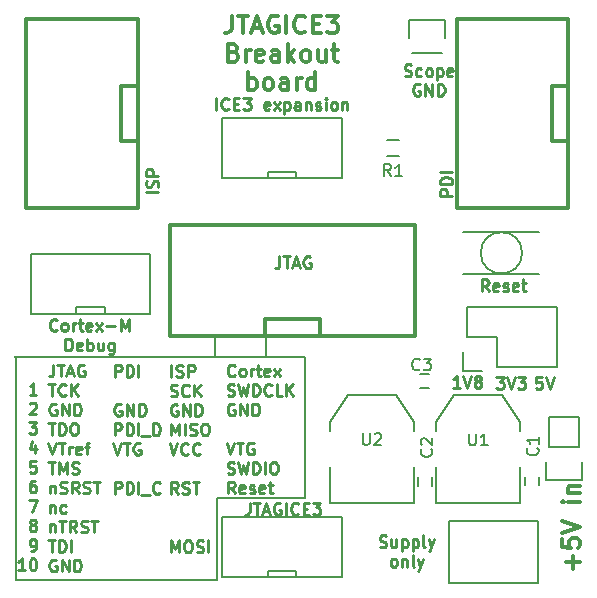
<source format=gbr>
G04 #@! TF.FileFunction,Legend,Top*
%FSLAX46Y46*%
G04 Gerber Fmt 4.6, Leading zero omitted, Abs format (unit mm)*
G04 Created by KiCad (PCBNEW (2015-05-09 BZR 5648)-product) date tor 06 aug 2015 22:42:39 CEST*
%MOMM*%
G01*
G04 APERTURE LIST*
%ADD10C,0.100000*%
%ADD11C,0.200000*%
%ADD12C,0.250000*%
%ADD13C,0.300000*%
%ADD14C,0.150000*%
%ADD15C,0.304800*%
%ADD16C,0.299720*%
G04 APERTURE END LIST*
D10*
D11*
X128447800Y-121183400D02*
X129717800Y-121183400D01*
X128422400Y-109220000D02*
X129743200Y-109220000D01*
X126390400Y-109245400D02*
X126390400Y-107391200D01*
X122072400Y-109270800D02*
X122072400Y-107670600D01*
X105206800Y-109220000D02*
X105206800Y-109169200D01*
X128447800Y-109220000D02*
X105206800Y-109220000D01*
X129717800Y-121183400D02*
X129717800Y-109220000D01*
X122301000Y-121183400D02*
X128447800Y-121183400D01*
X122301000Y-128143000D02*
X122301000Y-121183400D01*
X105232200Y-128143000D02*
X122301000Y-128143000D01*
X105232200Y-109220000D02*
X105232200Y-128143000D01*
D12*
X123796324Y-110799343D02*
X123748705Y-110846962D01*
X123605848Y-110894581D01*
X123510610Y-110894581D01*
X123367752Y-110846962D01*
X123272514Y-110751724D01*
X123224895Y-110656486D01*
X123177276Y-110466010D01*
X123177276Y-110323152D01*
X123224895Y-110132676D01*
X123272514Y-110037438D01*
X123367752Y-109942200D01*
X123510610Y-109894581D01*
X123605848Y-109894581D01*
X123748705Y-109942200D01*
X123796324Y-109989819D01*
X124367752Y-110894581D02*
X124272514Y-110846962D01*
X124224895Y-110799343D01*
X124177276Y-110704105D01*
X124177276Y-110418390D01*
X124224895Y-110323152D01*
X124272514Y-110275533D01*
X124367752Y-110227914D01*
X124510610Y-110227914D01*
X124605848Y-110275533D01*
X124653467Y-110323152D01*
X124701086Y-110418390D01*
X124701086Y-110704105D01*
X124653467Y-110799343D01*
X124605848Y-110846962D01*
X124510610Y-110894581D01*
X124367752Y-110894581D01*
X125129657Y-110894581D02*
X125129657Y-110227914D01*
X125129657Y-110418390D02*
X125177276Y-110323152D01*
X125224895Y-110275533D01*
X125320133Y-110227914D01*
X125415372Y-110227914D01*
X125605848Y-110227914D02*
X125986800Y-110227914D01*
X125748705Y-109894581D02*
X125748705Y-110751724D01*
X125796324Y-110846962D01*
X125891562Y-110894581D01*
X125986800Y-110894581D01*
X126701087Y-110846962D02*
X126605849Y-110894581D01*
X126415372Y-110894581D01*
X126320134Y-110846962D01*
X126272515Y-110751724D01*
X126272515Y-110370771D01*
X126320134Y-110275533D01*
X126415372Y-110227914D01*
X126605849Y-110227914D01*
X126701087Y-110275533D01*
X126748706Y-110370771D01*
X126748706Y-110466010D01*
X126272515Y-110561248D01*
X127082039Y-110894581D02*
X127605849Y-110227914D01*
X127082039Y-110227914D02*
X127605849Y-110894581D01*
X123177276Y-112496962D02*
X123320133Y-112544581D01*
X123558229Y-112544581D01*
X123653467Y-112496962D01*
X123701086Y-112449343D01*
X123748705Y-112354105D01*
X123748705Y-112258867D01*
X123701086Y-112163629D01*
X123653467Y-112116010D01*
X123558229Y-112068390D01*
X123367752Y-112020771D01*
X123272514Y-111973152D01*
X123224895Y-111925533D01*
X123177276Y-111830295D01*
X123177276Y-111735057D01*
X123224895Y-111639819D01*
X123272514Y-111592200D01*
X123367752Y-111544581D01*
X123605848Y-111544581D01*
X123748705Y-111592200D01*
X124082038Y-111544581D02*
X124320133Y-112544581D01*
X124510610Y-111830295D01*
X124701086Y-112544581D01*
X124939181Y-111544581D01*
X125320133Y-112544581D02*
X125320133Y-111544581D01*
X125558228Y-111544581D01*
X125701086Y-111592200D01*
X125796324Y-111687438D01*
X125843943Y-111782676D01*
X125891562Y-111973152D01*
X125891562Y-112116010D01*
X125843943Y-112306486D01*
X125796324Y-112401724D01*
X125701086Y-112496962D01*
X125558228Y-112544581D01*
X125320133Y-112544581D01*
X126891562Y-112449343D02*
X126843943Y-112496962D01*
X126701086Y-112544581D01*
X126605848Y-112544581D01*
X126462990Y-112496962D01*
X126367752Y-112401724D01*
X126320133Y-112306486D01*
X126272514Y-112116010D01*
X126272514Y-111973152D01*
X126320133Y-111782676D01*
X126367752Y-111687438D01*
X126462990Y-111592200D01*
X126605848Y-111544581D01*
X126701086Y-111544581D01*
X126843943Y-111592200D01*
X126891562Y-111639819D01*
X127796324Y-112544581D02*
X127320133Y-112544581D01*
X127320133Y-111544581D01*
X128129657Y-112544581D02*
X128129657Y-111544581D01*
X128701086Y-112544581D02*
X128272514Y-111973152D01*
X128701086Y-111544581D02*
X128129657Y-112116010D01*
X123748705Y-113242200D02*
X123653467Y-113194581D01*
X123510610Y-113194581D01*
X123367752Y-113242200D01*
X123272514Y-113337438D01*
X123224895Y-113432676D01*
X123177276Y-113623152D01*
X123177276Y-113766010D01*
X123224895Y-113956486D01*
X123272514Y-114051724D01*
X123367752Y-114146962D01*
X123510610Y-114194581D01*
X123605848Y-114194581D01*
X123748705Y-114146962D01*
X123796324Y-114099343D01*
X123796324Y-113766010D01*
X123605848Y-113766010D01*
X124224895Y-114194581D02*
X124224895Y-113194581D01*
X124796324Y-114194581D01*
X124796324Y-113194581D01*
X125272514Y-114194581D02*
X125272514Y-113194581D01*
X125510609Y-113194581D01*
X125653467Y-113242200D01*
X125748705Y-113337438D01*
X125796324Y-113432676D01*
X125843943Y-113623152D01*
X125843943Y-113766010D01*
X125796324Y-113956486D01*
X125748705Y-114051724D01*
X125653467Y-114146962D01*
X125510609Y-114194581D01*
X125272514Y-114194581D01*
X123082038Y-116494581D02*
X123415371Y-117494581D01*
X123748705Y-116494581D01*
X123939181Y-116494581D02*
X124510610Y-116494581D01*
X124224895Y-117494581D02*
X124224895Y-116494581D01*
X125367753Y-116542200D02*
X125272515Y-116494581D01*
X125129658Y-116494581D01*
X124986800Y-116542200D01*
X124891562Y-116637438D01*
X124843943Y-116732676D01*
X124796324Y-116923152D01*
X124796324Y-117066010D01*
X124843943Y-117256486D01*
X124891562Y-117351724D01*
X124986800Y-117446962D01*
X125129658Y-117494581D01*
X125224896Y-117494581D01*
X125367753Y-117446962D01*
X125415372Y-117399343D01*
X125415372Y-117066010D01*
X125224896Y-117066010D01*
X123177276Y-119096962D02*
X123320133Y-119144581D01*
X123558229Y-119144581D01*
X123653467Y-119096962D01*
X123701086Y-119049343D01*
X123748705Y-118954105D01*
X123748705Y-118858867D01*
X123701086Y-118763629D01*
X123653467Y-118716010D01*
X123558229Y-118668390D01*
X123367752Y-118620771D01*
X123272514Y-118573152D01*
X123224895Y-118525533D01*
X123177276Y-118430295D01*
X123177276Y-118335057D01*
X123224895Y-118239819D01*
X123272514Y-118192200D01*
X123367752Y-118144581D01*
X123605848Y-118144581D01*
X123748705Y-118192200D01*
X124082038Y-118144581D02*
X124320133Y-119144581D01*
X124510610Y-118430295D01*
X124701086Y-119144581D01*
X124939181Y-118144581D01*
X125320133Y-119144581D02*
X125320133Y-118144581D01*
X125558228Y-118144581D01*
X125701086Y-118192200D01*
X125796324Y-118287438D01*
X125843943Y-118382676D01*
X125891562Y-118573152D01*
X125891562Y-118716010D01*
X125843943Y-118906486D01*
X125796324Y-119001724D01*
X125701086Y-119096962D01*
X125558228Y-119144581D01*
X125320133Y-119144581D01*
X126320133Y-119144581D02*
X126320133Y-118144581D01*
X126986799Y-118144581D02*
X127177276Y-118144581D01*
X127272514Y-118192200D01*
X127367752Y-118287438D01*
X127415371Y-118477914D01*
X127415371Y-118811248D01*
X127367752Y-119001724D01*
X127272514Y-119096962D01*
X127177276Y-119144581D01*
X126986799Y-119144581D01*
X126891561Y-119096962D01*
X126796323Y-119001724D01*
X126748704Y-118811248D01*
X126748704Y-118477914D01*
X126796323Y-118287438D01*
X126891561Y-118192200D01*
X126986799Y-118144581D01*
X123796324Y-120794581D02*
X123462990Y-120318390D01*
X123224895Y-120794581D02*
X123224895Y-119794581D01*
X123605848Y-119794581D01*
X123701086Y-119842200D01*
X123748705Y-119889819D01*
X123796324Y-119985057D01*
X123796324Y-120127914D01*
X123748705Y-120223152D01*
X123701086Y-120270771D01*
X123605848Y-120318390D01*
X123224895Y-120318390D01*
X124605848Y-120746962D02*
X124510610Y-120794581D01*
X124320133Y-120794581D01*
X124224895Y-120746962D01*
X124177276Y-120651724D01*
X124177276Y-120270771D01*
X124224895Y-120175533D01*
X124320133Y-120127914D01*
X124510610Y-120127914D01*
X124605848Y-120175533D01*
X124653467Y-120270771D01*
X124653467Y-120366010D01*
X124177276Y-120461248D01*
X125034419Y-120746962D02*
X125129657Y-120794581D01*
X125320133Y-120794581D01*
X125415372Y-120746962D01*
X125462991Y-120651724D01*
X125462991Y-120604105D01*
X125415372Y-120508867D01*
X125320133Y-120461248D01*
X125177276Y-120461248D01*
X125082038Y-120413629D01*
X125034419Y-120318390D01*
X125034419Y-120270771D01*
X125082038Y-120175533D01*
X125177276Y-120127914D01*
X125320133Y-120127914D01*
X125415372Y-120175533D01*
X126272515Y-120746962D02*
X126177277Y-120794581D01*
X125986800Y-120794581D01*
X125891562Y-120746962D01*
X125843943Y-120651724D01*
X125843943Y-120270771D01*
X125891562Y-120175533D01*
X125986800Y-120127914D01*
X126177277Y-120127914D01*
X126272515Y-120175533D01*
X126320134Y-120270771D01*
X126320134Y-120366010D01*
X125843943Y-120461248D01*
X126605848Y-120127914D02*
X126986800Y-120127914D01*
X126748705Y-119794581D02*
X126748705Y-120651724D01*
X126796324Y-120746962D01*
X126891562Y-120794581D01*
X126986800Y-120794581D01*
X118398895Y-110934181D02*
X118398895Y-109934181D01*
X118827466Y-110886562D02*
X118970323Y-110934181D01*
X119208419Y-110934181D01*
X119303657Y-110886562D01*
X119351276Y-110838943D01*
X119398895Y-110743705D01*
X119398895Y-110648467D01*
X119351276Y-110553229D01*
X119303657Y-110505610D01*
X119208419Y-110457990D01*
X119017942Y-110410371D01*
X118922704Y-110362752D01*
X118875085Y-110315133D01*
X118827466Y-110219895D01*
X118827466Y-110124657D01*
X118875085Y-110029419D01*
X118922704Y-109981800D01*
X119017942Y-109934181D01*
X119256038Y-109934181D01*
X119398895Y-109981800D01*
X119827466Y-110934181D02*
X119827466Y-109934181D01*
X120208419Y-109934181D01*
X120303657Y-109981800D01*
X120351276Y-110029419D01*
X120398895Y-110124657D01*
X120398895Y-110267514D01*
X120351276Y-110362752D01*
X120303657Y-110410371D01*
X120208419Y-110457990D01*
X119827466Y-110457990D01*
X118351276Y-112536562D02*
X118494133Y-112584181D01*
X118732229Y-112584181D01*
X118827467Y-112536562D01*
X118875086Y-112488943D01*
X118922705Y-112393705D01*
X118922705Y-112298467D01*
X118875086Y-112203229D01*
X118827467Y-112155610D01*
X118732229Y-112107990D01*
X118541752Y-112060371D01*
X118446514Y-112012752D01*
X118398895Y-111965133D01*
X118351276Y-111869895D01*
X118351276Y-111774657D01*
X118398895Y-111679419D01*
X118446514Y-111631800D01*
X118541752Y-111584181D01*
X118779848Y-111584181D01*
X118922705Y-111631800D01*
X119922705Y-112488943D02*
X119875086Y-112536562D01*
X119732229Y-112584181D01*
X119636991Y-112584181D01*
X119494133Y-112536562D01*
X119398895Y-112441324D01*
X119351276Y-112346086D01*
X119303657Y-112155610D01*
X119303657Y-112012752D01*
X119351276Y-111822276D01*
X119398895Y-111727038D01*
X119494133Y-111631800D01*
X119636991Y-111584181D01*
X119732229Y-111584181D01*
X119875086Y-111631800D01*
X119922705Y-111679419D01*
X120351276Y-112584181D02*
X120351276Y-111584181D01*
X120922705Y-112584181D02*
X120494133Y-112012752D01*
X120922705Y-111584181D02*
X120351276Y-112155610D01*
X118922705Y-113281800D02*
X118827467Y-113234181D01*
X118684610Y-113234181D01*
X118541752Y-113281800D01*
X118446514Y-113377038D01*
X118398895Y-113472276D01*
X118351276Y-113662752D01*
X118351276Y-113805610D01*
X118398895Y-113996086D01*
X118446514Y-114091324D01*
X118541752Y-114186562D01*
X118684610Y-114234181D01*
X118779848Y-114234181D01*
X118922705Y-114186562D01*
X118970324Y-114138943D01*
X118970324Y-113805610D01*
X118779848Y-113805610D01*
X119398895Y-114234181D02*
X119398895Y-113234181D01*
X119970324Y-114234181D01*
X119970324Y-113234181D01*
X120446514Y-114234181D02*
X120446514Y-113234181D01*
X120684609Y-113234181D01*
X120827467Y-113281800D01*
X120922705Y-113377038D01*
X120970324Y-113472276D01*
X121017943Y-113662752D01*
X121017943Y-113805610D01*
X120970324Y-113996086D01*
X120922705Y-114091324D01*
X120827467Y-114186562D01*
X120684609Y-114234181D01*
X120446514Y-114234181D01*
X118398895Y-115884181D02*
X118398895Y-114884181D01*
X118732229Y-115598467D01*
X119065562Y-114884181D01*
X119065562Y-115884181D01*
X119541752Y-115884181D02*
X119541752Y-114884181D01*
X119970323Y-115836562D02*
X120113180Y-115884181D01*
X120351276Y-115884181D01*
X120446514Y-115836562D01*
X120494133Y-115788943D01*
X120541752Y-115693705D01*
X120541752Y-115598467D01*
X120494133Y-115503229D01*
X120446514Y-115455610D01*
X120351276Y-115407990D01*
X120160799Y-115360371D01*
X120065561Y-115312752D01*
X120017942Y-115265133D01*
X119970323Y-115169895D01*
X119970323Y-115074657D01*
X120017942Y-114979419D01*
X120065561Y-114931800D01*
X120160799Y-114884181D01*
X120398895Y-114884181D01*
X120541752Y-114931800D01*
X121160799Y-114884181D02*
X121351276Y-114884181D01*
X121446514Y-114931800D01*
X121541752Y-115027038D01*
X121589371Y-115217514D01*
X121589371Y-115550848D01*
X121541752Y-115741324D01*
X121446514Y-115836562D01*
X121351276Y-115884181D01*
X121160799Y-115884181D01*
X121065561Y-115836562D01*
X120970323Y-115741324D01*
X120922704Y-115550848D01*
X120922704Y-115217514D01*
X120970323Y-115027038D01*
X121065561Y-114931800D01*
X121160799Y-114884181D01*
X118256038Y-116534181D02*
X118589371Y-117534181D01*
X118922705Y-116534181D01*
X119827467Y-117438943D02*
X119779848Y-117486562D01*
X119636991Y-117534181D01*
X119541753Y-117534181D01*
X119398895Y-117486562D01*
X119303657Y-117391324D01*
X119256038Y-117296086D01*
X119208419Y-117105610D01*
X119208419Y-116962752D01*
X119256038Y-116772276D01*
X119303657Y-116677038D01*
X119398895Y-116581800D01*
X119541753Y-116534181D01*
X119636991Y-116534181D01*
X119779848Y-116581800D01*
X119827467Y-116629419D01*
X120827467Y-117438943D02*
X120779848Y-117486562D01*
X120636991Y-117534181D01*
X120541753Y-117534181D01*
X120398895Y-117486562D01*
X120303657Y-117391324D01*
X120256038Y-117296086D01*
X120208419Y-117105610D01*
X120208419Y-116962752D01*
X120256038Y-116772276D01*
X120303657Y-116677038D01*
X120398895Y-116581800D01*
X120541753Y-116534181D01*
X120636991Y-116534181D01*
X120779848Y-116581800D01*
X120827467Y-116629419D01*
X118970324Y-120834181D02*
X118636990Y-120357990D01*
X118398895Y-120834181D02*
X118398895Y-119834181D01*
X118779848Y-119834181D01*
X118875086Y-119881800D01*
X118922705Y-119929419D01*
X118970324Y-120024657D01*
X118970324Y-120167514D01*
X118922705Y-120262752D01*
X118875086Y-120310371D01*
X118779848Y-120357990D01*
X118398895Y-120357990D01*
X119351276Y-120786562D02*
X119494133Y-120834181D01*
X119732229Y-120834181D01*
X119827467Y-120786562D01*
X119875086Y-120738943D01*
X119922705Y-120643705D01*
X119922705Y-120548467D01*
X119875086Y-120453229D01*
X119827467Y-120405610D01*
X119732229Y-120357990D01*
X119541752Y-120310371D01*
X119446514Y-120262752D01*
X119398895Y-120215133D01*
X119351276Y-120119895D01*
X119351276Y-120024657D01*
X119398895Y-119929419D01*
X119446514Y-119881800D01*
X119541752Y-119834181D01*
X119779848Y-119834181D01*
X119922705Y-119881800D01*
X120208419Y-119834181D02*
X120779848Y-119834181D01*
X120494133Y-120834181D02*
X120494133Y-119834181D01*
X118398895Y-125784181D02*
X118398895Y-124784181D01*
X118732229Y-125498467D01*
X119065562Y-124784181D01*
X119065562Y-125784181D01*
X119732228Y-124784181D02*
X119922705Y-124784181D01*
X120017943Y-124831800D01*
X120113181Y-124927038D01*
X120160800Y-125117514D01*
X120160800Y-125450848D01*
X120113181Y-125641324D01*
X120017943Y-125736562D01*
X119922705Y-125784181D01*
X119732228Y-125784181D01*
X119636990Y-125736562D01*
X119541752Y-125641324D01*
X119494133Y-125450848D01*
X119494133Y-125117514D01*
X119541752Y-124927038D01*
X119636990Y-124831800D01*
X119732228Y-124784181D01*
X120541752Y-125736562D02*
X120684609Y-125784181D01*
X120922705Y-125784181D01*
X121017943Y-125736562D01*
X121065562Y-125688943D01*
X121113181Y-125593705D01*
X121113181Y-125498467D01*
X121065562Y-125403229D01*
X121017943Y-125355610D01*
X120922705Y-125307990D01*
X120732228Y-125260371D01*
X120636990Y-125212752D01*
X120589371Y-125165133D01*
X120541752Y-125069895D01*
X120541752Y-124974657D01*
X120589371Y-124879419D01*
X120636990Y-124831800D01*
X120732228Y-124784181D01*
X120970324Y-124784181D01*
X121113181Y-124831800D01*
X121541752Y-125784181D02*
X121541752Y-124784181D01*
X113623695Y-110919981D02*
X113623695Y-109919981D01*
X114004648Y-109919981D01*
X114099886Y-109967600D01*
X114147505Y-110015219D01*
X114195124Y-110110457D01*
X114195124Y-110253314D01*
X114147505Y-110348552D01*
X114099886Y-110396171D01*
X114004648Y-110443790D01*
X113623695Y-110443790D01*
X114623695Y-110919981D02*
X114623695Y-109919981D01*
X114861790Y-109919981D01*
X115004648Y-109967600D01*
X115099886Y-110062838D01*
X115147505Y-110158076D01*
X115195124Y-110348552D01*
X115195124Y-110491410D01*
X115147505Y-110681886D01*
X115099886Y-110777124D01*
X115004648Y-110872362D01*
X114861790Y-110919981D01*
X114623695Y-110919981D01*
X115623695Y-110919981D02*
X115623695Y-109919981D01*
X114147505Y-113267600D02*
X114052267Y-113219981D01*
X113909410Y-113219981D01*
X113766552Y-113267600D01*
X113671314Y-113362838D01*
X113623695Y-113458076D01*
X113576076Y-113648552D01*
X113576076Y-113791410D01*
X113623695Y-113981886D01*
X113671314Y-114077124D01*
X113766552Y-114172362D01*
X113909410Y-114219981D01*
X114004648Y-114219981D01*
X114147505Y-114172362D01*
X114195124Y-114124743D01*
X114195124Y-113791410D01*
X114004648Y-113791410D01*
X114623695Y-114219981D02*
X114623695Y-113219981D01*
X115195124Y-114219981D01*
X115195124Y-113219981D01*
X115671314Y-114219981D02*
X115671314Y-113219981D01*
X115909409Y-113219981D01*
X116052267Y-113267600D01*
X116147505Y-113362838D01*
X116195124Y-113458076D01*
X116242743Y-113648552D01*
X116242743Y-113791410D01*
X116195124Y-113981886D01*
X116147505Y-114077124D01*
X116052267Y-114172362D01*
X115909409Y-114219981D01*
X115671314Y-114219981D01*
X113623695Y-115869981D02*
X113623695Y-114869981D01*
X114004648Y-114869981D01*
X114099886Y-114917600D01*
X114147505Y-114965219D01*
X114195124Y-115060457D01*
X114195124Y-115203314D01*
X114147505Y-115298552D01*
X114099886Y-115346171D01*
X114004648Y-115393790D01*
X113623695Y-115393790D01*
X114623695Y-115869981D02*
X114623695Y-114869981D01*
X114861790Y-114869981D01*
X115004648Y-114917600D01*
X115099886Y-115012838D01*
X115147505Y-115108076D01*
X115195124Y-115298552D01*
X115195124Y-115441410D01*
X115147505Y-115631886D01*
X115099886Y-115727124D01*
X115004648Y-115822362D01*
X114861790Y-115869981D01*
X114623695Y-115869981D01*
X115623695Y-115869981D02*
X115623695Y-114869981D01*
X115861790Y-115965219D02*
X116623695Y-115965219D01*
X116861790Y-115869981D02*
X116861790Y-114869981D01*
X117099885Y-114869981D01*
X117242743Y-114917600D01*
X117337981Y-115012838D01*
X117385600Y-115108076D01*
X117433219Y-115298552D01*
X117433219Y-115441410D01*
X117385600Y-115631886D01*
X117337981Y-115727124D01*
X117242743Y-115822362D01*
X117099885Y-115869981D01*
X116861790Y-115869981D01*
X113480838Y-116519981D02*
X113814171Y-117519981D01*
X114147505Y-116519981D01*
X114337981Y-116519981D02*
X114909410Y-116519981D01*
X114623695Y-117519981D02*
X114623695Y-116519981D01*
X115766553Y-116567600D02*
X115671315Y-116519981D01*
X115528458Y-116519981D01*
X115385600Y-116567600D01*
X115290362Y-116662838D01*
X115242743Y-116758076D01*
X115195124Y-116948552D01*
X115195124Y-117091410D01*
X115242743Y-117281886D01*
X115290362Y-117377124D01*
X115385600Y-117472362D01*
X115528458Y-117519981D01*
X115623696Y-117519981D01*
X115766553Y-117472362D01*
X115814172Y-117424743D01*
X115814172Y-117091410D01*
X115623696Y-117091410D01*
X113623695Y-120819981D02*
X113623695Y-119819981D01*
X114004648Y-119819981D01*
X114099886Y-119867600D01*
X114147505Y-119915219D01*
X114195124Y-120010457D01*
X114195124Y-120153314D01*
X114147505Y-120248552D01*
X114099886Y-120296171D01*
X114004648Y-120343790D01*
X113623695Y-120343790D01*
X114623695Y-120819981D02*
X114623695Y-119819981D01*
X114861790Y-119819981D01*
X115004648Y-119867600D01*
X115099886Y-119962838D01*
X115147505Y-120058076D01*
X115195124Y-120248552D01*
X115195124Y-120391410D01*
X115147505Y-120581886D01*
X115099886Y-120677124D01*
X115004648Y-120772362D01*
X114861790Y-120819981D01*
X114623695Y-120819981D01*
X115623695Y-120819981D02*
X115623695Y-119819981D01*
X115861790Y-120915219D02*
X116623695Y-120915219D01*
X117433219Y-120724743D02*
X117385600Y-120772362D01*
X117242743Y-120819981D01*
X117147505Y-120819981D01*
X117004647Y-120772362D01*
X116909409Y-120677124D01*
X116861790Y-120581886D01*
X116814171Y-120391410D01*
X116814171Y-120248552D01*
X116861790Y-120058076D01*
X116909409Y-119962838D01*
X117004647Y-119867600D01*
X117147505Y-119819981D01*
X117242743Y-119819981D01*
X117385600Y-119867600D01*
X117433219Y-119915219D01*
X108423010Y-109896581D02*
X108423010Y-110610867D01*
X108375390Y-110753724D01*
X108280152Y-110848962D01*
X108137295Y-110896581D01*
X108042057Y-110896581D01*
X108756343Y-109896581D02*
X109327772Y-109896581D01*
X109042057Y-110896581D02*
X109042057Y-109896581D01*
X109613486Y-110610867D02*
X110089677Y-110610867D01*
X109518248Y-110896581D02*
X109851581Y-109896581D01*
X110184915Y-110896581D01*
X111042058Y-109944200D02*
X110946820Y-109896581D01*
X110803963Y-109896581D01*
X110661105Y-109944200D01*
X110565867Y-110039438D01*
X110518248Y-110134676D01*
X110470629Y-110325152D01*
X110470629Y-110468010D01*
X110518248Y-110658486D01*
X110565867Y-110753724D01*
X110661105Y-110848962D01*
X110803963Y-110896581D01*
X110899201Y-110896581D01*
X111042058Y-110848962D01*
X111089677Y-110801343D01*
X111089677Y-110468010D01*
X110899201Y-110468010D01*
X107994438Y-111546581D02*
X108565867Y-111546581D01*
X108280152Y-112546581D02*
X108280152Y-111546581D01*
X109470629Y-112451343D02*
X109423010Y-112498962D01*
X109280153Y-112546581D01*
X109184915Y-112546581D01*
X109042057Y-112498962D01*
X108946819Y-112403724D01*
X108899200Y-112308486D01*
X108851581Y-112118010D01*
X108851581Y-111975152D01*
X108899200Y-111784676D01*
X108946819Y-111689438D01*
X109042057Y-111594200D01*
X109184915Y-111546581D01*
X109280153Y-111546581D01*
X109423010Y-111594200D01*
X109470629Y-111641819D01*
X109899200Y-112546581D02*
X109899200Y-111546581D01*
X110470629Y-112546581D02*
X110042057Y-111975152D01*
X110470629Y-111546581D02*
X109899200Y-112118010D01*
X108661105Y-113244200D02*
X108565867Y-113196581D01*
X108423010Y-113196581D01*
X108280152Y-113244200D01*
X108184914Y-113339438D01*
X108137295Y-113434676D01*
X108089676Y-113625152D01*
X108089676Y-113768010D01*
X108137295Y-113958486D01*
X108184914Y-114053724D01*
X108280152Y-114148962D01*
X108423010Y-114196581D01*
X108518248Y-114196581D01*
X108661105Y-114148962D01*
X108708724Y-114101343D01*
X108708724Y-113768010D01*
X108518248Y-113768010D01*
X109137295Y-114196581D02*
X109137295Y-113196581D01*
X109708724Y-114196581D01*
X109708724Y-113196581D01*
X110184914Y-114196581D02*
X110184914Y-113196581D01*
X110423009Y-113196581D01*
X110565867Y-113244200D01*
X110661105Y-113339438D01*
X110708724Y-113434676D01*
X110756343Y-113625152D01*
X110756343Y-113768010D01*
X110708724Y-113958486D01*
X110661105Y-114053724D01*
X110565867Y-114148962D01*
X110423009Y-114196581D01*
X110184914Y-114196581D01*
X107994438Y-114846581D02*
X108565867Y-114846581D01*
X108280152Y-115846581D02*
X108280152Y-114846581D01*
X108899200Y-115846581D02*
X108899200Y-114846581D01*
X109137295Y-114846581D01*
X109280153Y-114894200D01*
X109375391Y-114989438D01*
X109423010Y-115084676D01*
X109470629Y-115275152D01*
X109470629Y-115418010D01*
X109423010Y-115608486D01*
X109375391Y-115703724D01*
X109280153Y-115798962D01*
X109137295Y-115846581D01*
X108899200Y-115846581D01*
X110089676Y-114846581D02*
X110280153Y-114846581D01*
X110375391Y-114894200D01*
X110470629Y-114989438D01*
X110518248Y-115179914D01*
X110518248Y-115513248D01*
X110470629Y-115703724D01*
X110375391Y-115798962D01*
X110280153Y-115846581D01*
X110089676Y-115846581D01*
X109994438Y-115798962D01*
X109899200Y-115703724D01*
X109851581Y-115513248D01*
X109851581Y-115179914D01*
X109899200Y-114989438D01*
X109994438Y-114894200D01*
X110089676Y-114846581D01*
X107994438Y-116496581D02*
X108327771Y-117496581D01*
X108661105Y-116496581D01*
X108851581Y-116496581D02*
X109423010Y-116496581D01*
X109137295Y-117496581D02*
X109137295Y-116496581D01*
X109756343Y-117496581D02*
X109756343Y-116829914D01*
X109756343Y-117020390D02*
X109803962Y-116925152D01*
X109851581Y-116877533D01*
X109946819Y-116829914D01*
X110042058Y-116829914D01*
X110756344Y-117448962D02*
X110661106Y-117496581D01*
X110470629Y-117496581D01*
X110375391Y-117448962D01*
X110327772Y-117353724D01*
X110327772Y-116972771D01*
X110375391Y-116877533D01*
X110470629Y-116829914D01*
X110661106Y-116829914D01*
X110756344Y-116877533D01*
X110803963Y-116972771D01*
X110803963Y-117068010D01*
X110327772Y-117163248D01*
X111089677Y-116829914D02*
X111470629Y-116829914D01*
X111232534Y-117496581D02*
X111232534Y-116639438D01*
X111280153Y-116544200D01*
X111375391Y-116496581D01*
X111470629Y-116496581D01*
X107994438Y-118146581D02*
X108565867Y-118146581D01*
X108280152Y-119146581D02*
X108280152Y-118146581D01*
X108899200Y-119146581D02*
X108899200Y-118146581D01*
X109232534Y-118860867D01*
X109565867Y-118146581D01*
X109565867Y-119146581D01*
X109994438Y-119098962D02*
X110137295Y-119146581D01*
X110375391Y-119146581D01*
X110470629Y-119098962D01*
X110518248Y-119051343D01*
X110565867Y-118956105D01*
X110565867Y-118860867D01*
X110518248Y-118765629D01*
X110470629Y-118718010D01*
X110375391Y-118670390D01*
X110184914Y-118622771D01*
X110089676Y-118575152D01*
X110042057Y-118527533D01*
X109994438Y-118432295D01*
X109994438Y-118337057D01*
X110042057Y-118241819D01*
X110089676Y-118194200D01*
X110184914Y-118146581D01*
X110423010Y-118146581D01*
X110565867Y-118194200D01*
X108137295Y-120129914D02*
X108137295Y-120796581D01*
X108137295Y-120225152D02*
X108184914Y-120177533D01*
X108280152Y-120129914D01*
X108423010Y-120129914D01*
X108518248Y-120177533D01*
X108565867Y-120272771D01*
X108565867Y-120796581D01*
X108994438Y-120748962D02*
X109137295Y-120796581D01*
X109375391Y-120796581D01*
X109470629Y-120748962D01*
X109518248Y-120701343D01*
X109565867Y-120606105D01*
X109565867Y-120510867D01*
X109518248Y-120415629D01*
X109470629Y-120368010D01*
X109375391Y-120320390D01*
X109184914Y-120272771D01*
X109089676Y-120225152D01*
X109042057Y-120177533D01*
X108994438Y-120082295D01*
X108994438Y-119987057D01*
X109042057Y-119891819D01*
X109089676Y-119844200D01*
X109184914Y-119796581D01*
X109423010Y-119796581D01*
X109565867Y-119844200D01*
X110565867Y-120796581D02*
X110232533Y-120320390D01*
X109994438Y-120796581D02*
X109994438Y-119796581D01*
X110375391Y-119796581D01*
X110470629Y-119844200D01*
X110518248Y-119891819D01*
X110565867Y-119987057D01*
X110565867Y-120129914D01*
X110518248Y-120225152D01*
X110470629Y-120272771D01*
X110375391Y-120320390D01*
X109994438Y-120320390D01*
X110946819Y-120748962D02*
X111089676Y-120796581D01*
X111327772Y-120796581D01*
X111423010Y-120748962D01*
X111470629Y-120701343D01*
X111518248Y-120606105D01*
X111518248Y-120510867D01*
X111470629Y-120415629D01*
X111423010Y-120368010D01*
X111327772Y-120320390D01*
X111137295Y-120272771D01*
X111042057Y-120225152D01*
X110994438Y-120177533D01*
X110946819Y-120082295D01*
X110946819Y-119987057D01*
X110994438Y-119891819D01*
X111042057Y-119844200D01*
X111137295Y-119796581D01*
X111375391Y-119796581D01*
X111518248Y-119844200D01*
X111803962Y-119796581D02*
X112375391Y-119796581D01*
X112089676Y-120796581D02*
X112089676Y-119796581D01*
X108137295Y-121779914D02*
X108137295Y-122446581D01*
X108137295Y-121875152D02*
X108184914Y-121827533D01*
X108280152Y-121779914D01*
X108423010Y-121779914D01*
X108518248Y-121827533D01*
X108565867Y-121922771D01*
X108565867Y-122446581D01*
X109470629Y-122398962D02*
X109375391Y-122446581D01*
X109184914Y-122446581D01*
X109089676Y-122398962D01*
X109042057Y-122351343D01*
X108994438Y-122256105D01*
X108994438Y-121970390D01*
X109042057Y-121875152D01*
X109089676Y-121827533D01*
X109184914Y-121779914D01*
X109375391Y-121779914D01*
X109470629Y-121827533D01*
X108137295Y-123429914D02*
X108137295Y-124096581D01*
X108137295Y-123525152D02*
X108184914Y-123477533D01*
X108280152Y-123429914D01*
X108423010Y-123429914D01*
X108518248Y-123477533D01*
X108565867Y-123572771D01*
X108565867Y-124096581D01*
X108899200Y-123096581D02*
X109470629Y-123096581D01*
X109184914Y-124096581D02*
X109184914Y-123096581D01*
X110375391Y-124096581D02*
X110042057Y-123620390D01*
X109803962Y-124096581D02*
X109803962Y-123096581D01*
X110184915Y-123096581D01*
X110280153Y-123144200D01*
X110327772Y-123191819D01*
X110375391Y-123287057D01*
X110375391Y-123429914D01*
X110327772Y-123525152D01*
X110280153Y-123572771D01*
X110184915Y-123620390D01*
X109803962Y-123620390D01*
X110756343Y-124048962D02*
X110899200Y-124096581D01*
X111137296Y-124096581D01*
X111232534Y-124048962D01*
X111280153Y-124001343D01*
X111327772Y-123906105D01*
X111327772Y-123810867D01*
X111280153Y-123715629D01*
X111232534Y-123668010D01*
X111137296Y-123620390D01*
X110946819Y-123572771D01*
X110851581Y-123525152D01*
X110803962Y-123477533D01*
X110756343Y-123382295D01*
X110756343Y-123287057D01*
X110803962Y-123191819D01*
X110851581Y-123144200D01*
X110946819Y-123096581D01*
X111184915Y-123096581D01*
X111327772Y-123144200D01*
X111613486Y-123096581D02*
X112184915Y-123096581D01*
X111899200Y-124096581D02*
X111899200Y-123096581D01*
X107994438Y-124746581D02*
X108565867Y-124746581D01*
X108280152Y-125746581D02*
X108280152Y-124746581D01*
X108899200Y-125746581D02*
X108899200Y-124746581D01*
X109137295Y-124746581D01*
X109280153Y-124794200D01*
X109375391Y-124889438D01*
X109423010Y-124984676D01*
X109470629Y-125175152D01*
X109470629Y-125318010D01*
X109423010Y-125508486D01*
X109375391Y-125603724D01*
X109280153Y-125698962D01*
X109137295Y-125746581D01*
X108899200Y-125746581D01*
X109899200Y-125746581D02*
X109899200Y-124746581D01*
X108661105Y-126444200D02*
X108565867Y-126396581D01*
X108423010Y-126396581D01*
X108280152Y-126444200D01*
X108184914Y-126539438D01*
X108137295Y-126634676D01*
X108089676Y-126825152D01*
X108089676Y-126968010D01*
X108137295Y-127158486D01*
X108184914Y-127253724D01*
X108280152Y-127348962D01*
X108423010Y-127396581D01*
X108518248Y-127396581D01*
X108661105Y-127348962D01*
X108708724Y-127301343D01*
X108708724Y-126968010D01*
X108518248Y-126968010D01*
X109137295Y-127396581D02*
X109137295Y-126396581D01*
X109708724Y-127396581D01*
X109708724Y-126396581D01*
X110184914Y-127396581D02*
X110184914Y-126396581D01*
X110423009Y-126396581D01*
X110565867Y-126444200D01*
X110661105Y-126539438D01*
X110708724Y-126634676D01*
X110756343Y-126825152D01*
X110756343Y-126968010D01*
X110708724Y-127158486D01*
X110661105Y-127253724D01*
X110565867Y-127348962D01*
X110423009Y-127396581D01*
X110184914Y-127396581D01*
X106972124Y-112458181D02*
X106400695Y-112458181D01*
X106686409Y-112458181D02*
X106686409Y-111458181D01*
X106591171Y-111601038D01*
X106495933Y-111696276D01*
X106400695Y-111743895D01*
X106400695Y-113203419D02*
X106448314Y-113155800D01*
X106543552Y-113108181D01*
X106781648Y-113108181D01*
X106876886Y-113155800D01*
X106924505Y-113203419D01*
X106972124Y-113298657D01*
X106972124Y-113393895D01*
X106924505Y-113536752D01*
X106353076Y-114108181D01*
X106972124Y-114108181D01*
X106353076Y-114758181D02*
X106972124Y-114758181D01*
X106638790Y-115139133D01*
X106781648Y-115139133D01*
X106876886Y-115186752D01*
X106924505Y-115234371D01*
X106972124Y-115329610D01*
X106972124Y-115567705D01*
X106924505Y-115662943D01*
X106876886Y-115710562D01*
X106781648Y-115758181D01*
X106495933Y-115758181D01*
X106400695Y-115710562D01*
X106353076Y-115662943D01*
X106876886Y-116741514D02*
X106876886Y-117408181D01*
X106638790Y-116360562D02*
X106400695Y-117074848D01*
X107019743Y-117074848D01*
X106924505Y-118058181D02*
X106448314Y-118058181D01*
X106400695Y-118534371D01*
X106448314Y-118486752D01*
X106543552Y-118439133D01*
X106781648Y-118439133D01*
X106876886Y-118486752D01*
X106924505Y-118534371D01*
X106972124Y-118629610D01*
X106972124Y-118867705D01*
X106924505Y-118962943D01*
X106876886Y-119010562D01*
X106781648Y-119058181D01*
X106543552Y-119058181D01*
X106448314Y-119010562D01*
X106400695Y-118962943D01*
X106876886Y-119708181D02*
X106686409Y-119708181D01*
X106591171Y-119755800D01*
X106543552Y-119803419D01*
X106448314Y-119946276D01*
X106400695Y-120136752D01*
X106400695Y-120517705D01*
X106448314Y-120612943D01*
X106495933Y-120660562D01*
X106591171Y-120708181D01*
X106781648Y-120708181D01*
X106876886Y-120660562D01*
X106924505Y-120612943D01*
X106972124Y-120517705D01*
X106972124Y-120279610D01*
X106924505Y-120184371D01*
X106876886Y-120136752D01*
X106781648Y-120089133D01*
X106591171Y-120089133D01*
X106495933Y-120136752D01*
X106448314Y-120184371D01*
X106400695Y-120279610D01*
X106353076Y-121358181D02*
X107019743Y-121358181D01*
X106591171Y-122358181D01*
X106591171Y-123436752D02*
X106495933Y-123389133D01*
X106448314Y-123341514D01*
X106400695Y-123246276D01*
X106400695Y-123198657D01*
X106448314Y-123103419D01*
X106495933Y-123055800D01*
X106591171Y-123008181D01*
X106781648Y-123008181D01*
X106876886Y-123055800D01*
X106924505Y-123103419D01*
X106972124Y-123198657D01*
X106972124Y-123246276D01*
X106924505Y-123341514D01*
X106876886Y-123389133D01*
X106781648Y-123436752D01*
X106591171Y-123436752D01*
X106495933Y-123484371D01*
X106448314Y-123531990D01*
X106400695Y-123627229D01*
X106400695Y-123817705D01*
X106448314Y-123912943D01*
X106495933Y-123960562D01*
X106591171Y-124008181D01*
X106781648Y-124008181D01*
X106876886Y-123960562D01*
X106924505Y-123912943D01*
X106972124Y-123817705D01*
X106972124Y-123627229D01*
X106924505Y-123531990D01*
X106876886Y-123484371D01*
X106781648Y-123436752D01*
X106495933Y-125658181D02*
X106686409Y-125658181D01*
X106781648Y-125610562D01*
X106829267Y-125562943D01*
X106924505Y-125420086D01*
X106972124Y-125229610D01*
X106972124Y-124848657D01*
X106924505Y-124753419D01*
X106876886Y-124705800D01*
X106781648Y-124658181D01*
X106591171Y-124658181D01*
X106495933Y-124705800D01*
X106448314Y-124753419D01*
X106400695Y-124848657D01*
X106400695Y-125086752D01*
X106448314Y-125181990D01*
X106495933Y-125229610D01*
X106591171Y-125277229D01*
X106781648Y-125277229D01*
X106876886Y-125229610D01*
X106924505Y-125181990D01*
X106972124Y-125086752D01*
X106019743Y-127308181D02*
X105448314Y-127308181D01*
X105734028Y-127308181D02*
X105734028Y-126308181D01*
X105638790Y-126451038D01*
X105543552Y-126546276D01*
X105448314Y-126593895D01*
X106638790Y-126308181D02*
X106734029Y-126308181D01*
X106829267Y-126355800D01*
X106876886Y-126403419D01*
X106924505Y-126498657D01*
X106972124Y-126689133D01*
X106972124Y-126927229D01*
X106924505Y-127117705D01*
X106876886Y-127212943D01*
X106829267Y-127260562D01*
X106734029Y-127308181D01*
X106638790Y-127308181D01*
X106543552Y-127260562D01*
X106495933Y-127212943D01*
X106448314Y-127117705D01*
X106400695Y-126927229D01*
X106400695Y-126689133D01*
X106448314Y-126498657D01*
X106495933Y-126403419D01*
X106543552Y-126355800D01*
X106638790Y-126308181D01*
D13*
X152430943Y-127208314D02*
X152430943Y-126065457D01*
X153002371Y-126636886D02*
X151859514Y-126636886D01*
X151502371Y-124636885D02*
X151502371Y-125351171D01*
X152216657Y-125422600D01*
X152145229Y-125351171D01*
X152073800Y-125208314D01*
X152073800Y-124851171D01*
X152145229Y-124708314D01*
X152216657Y-124636885D01*
X152359514Y-124565457D01*
X152716657Y-124565457D01*
X152859514Y-124636885D01*
X152930943Y-124708314D01*
X153002371Y-124851171D01*
X153002371Y-125208314D01*
X152930943Y-125351171D01*
X152859514Y-125422600D01*
X151502371Y-124136886D02*
X153002371Y-123636886D01*
X151502371Y-123136886D01*
X153002371Y-121494029D02*
X152002371Y-121494029D01*
X151502371Y-121494029D02*
X151573800Y-121565458D01*
X151645229Y-121494029D01*
X151573800Y-121422601D01*
X151502371Y-121494029D01*
X151645229Y-121494029D01*
X152002371Y-120779743D02*
X153002371Y-120779743D01*
X152145229Y-120779743D02*
X152073800Y-120708315D01*
X152002371Y-120565457D01*
X152002371Y-120351172D01*
X152073800Y-120208315D01*
X152216657Y-120136886D01*
X153002371Y-120136886D01*
D12*
X136042685Y-125309762D02*
X136185542Y-125357381D01*
X136423638Y-125357381D01*
X136518876Y-125309762D01*
X136566495Y-125262143D01*
X136614114Y-125166905D01*
X136614114Y-125071667D01*
X136566495Y-124976429D01*
X136518876Y-124928810D01*
X136423638Y-124881190D01*
X136233161Y-124833571D01*
X136137923Y-124785952D01*
X136090304Y-124738333D01*
X136042685Y-124643095D01*
X136042685Y-124547857D01*
X136090304Y-124452619D01*
X136137923Y-124405000D01*
X136233161Y-124357381D01*
X136471257Y-124357381D01*
X136614114Y-124405000D01*
X137471257Y-124690714D02*
X137471257Y-125357381D01*
X137042685Y-124690714D02*
X137042685Y-125214524D01*
X137090304Y-125309762D01*
X137185542Y-125357381D01*
X137328400Y-125357381D01*
X137423638Y-125309762D01*
X137471257Y-125262143D01*
X137947447Y-124690714D02*
X137947447Y-125690714D01*
X137947447Y-124738333D02*
X138042685Y-124690714D01*
X138233162Y-124690714D01*
X138328400Y-124738333D01*
X138376019Y-124785952D01*
X138423638Y-124881190D01*
X138423638Y-125166905D01*
X138376019Y-125262143D01*
X138328400Y-125309762D01*
X138233162Y-125357381D01*
X138042685Y-125357381D01*
X137947447Y-125309762D01*
X138852209Y-124690714D02*
X138852209Y-125690714D01*
X138852209Y-124738333D02*
X138947447Y-124690714D01*
X139137924Y-124690714D01*
X139233162Y-124738333D01*
X139280781Y-124785952D01*
X139328400Y-124881190D01*
X139328400Y-125166905D01*
X139280781Y-125262143D01*
X139233162Y-125309762D01*
X139137924Y-125357381D01*
X138947447Y-125357381D01*
X138852209Y-125309762D01*
X139899828Y-125357381D02*
X139804590Y-125309762D01*
X139756971Y-125214524D01*
X139756971Y-124357381D01*
X140185543Y-124690714D02*
X140423638Y-125357381D01*
X140661734Y-124690714D02*
X140423638Y-125357381D01*
X140328400Y-125595476D01*
X140280781Y-125643095D01*
X140185543Y-125690714D01*
X137161733Y-127007381D02*
X137066495Y-126959762D01*
X137018876Y-126912143D01*
X136971257Y-126816905D01*
X136971257Y-126531190D01*
X137018876Y-126435952D01*
X137066495Y-126388333D01*
X137161733Y-126340714D01*
X137304591Y-126340714D01*
X137399829Y-126388333D01*
X137447448Y-126435952D01*
X137495067Y-126531190D01*
X137495067Y-126816905D01*
X137447448Y-126912143D01*
X137399829Y-126959762D01*
X137304591Y-127007381D01*
X137161733Y-127007381D01*
X137923638Y-126340714D02*
X137923638Y-127007381D01*
X137923638Y-126435952D02*
X137971257Y-126388333D01*
X138066495Y-126340714D01*
X138209353Y-126340714D01*
X138304591Y-126388333D01*
X138352210Y-126483571D01*
X138352210Y-127007381D01*
X138971257Y-127007381D02*
X138876019Y-126959762D01*
X138828400Y-126864524D01*
X138828400Y-126007381D01*
X139256972Y-126340714D02*
X139495067Y-127007381D01*
X139733163Y-126340714D02*
X139495067Y-127007381D01*
X139399829Y-127245476D01*
X139352210Y-127293095D01*
X139256972Y-127340714D01*
X138160381Y-85431762D02*
X138303238Y-85479381D01*
X138541334Y-85479381D01*
X138636572Y-85431762D01*
X138684191Y-85384143D01*
X138731810Y-85288905D01*
X138731810Y-85193667D01*
X138684191Y-85098429D01*
X138636572Y-85050810D01*
X138541334Y-85003190D01*
X138350857Y-84955571D01*
X138255619Y-84907952D01*
X138208000Y-84860333D01*
X138160381Y-84765095D01*
X138160381Y-84669857D01*
X138208000Y-84574619D01*
X138255619Y-84527000D01*
X138350857Y-84479381D01*
X138588953Y-84479381D01*
X138731810Y-84527000D01*
X139588953Y-85431762D02*
X139493715Y-85479381D01*
X139303238Y-85479381D01*
X139208000Y-85431762D01*
X139160381Y-85384143D01*
X139112762Y-85288905D01*
X139112762Y-85003190D01*
X139160381Y-84907952D01*
X139208000Y-84860333D01*
X139303238Y-84812714D01*
X139493715Y-84812714D01*
X139588953Y-84860333D01*
X140160381Y-85479381D02*
X140065143Y-85431762D01*
X140017524Y-85384143D01*
X139969905Y-85288905D01*
X139969905Y-85003190D01*
X140017524Y-84907952D01*
X140065143Y-84860333D01*
X140160381Y-84812714D01*
X140303239Y-84812714D01*
X140398477Y-84860333D01*
X140446096Y-84907952D01*
X140493715Y-85003190D01*
X140493715Y-85288905D01*
X140446096Y-85384143D01*
X140398477Y-85431762D01*
X140303239Y-85479381D01*
X140160381Y-85479381D01*
X140922286Y-84812714D02*
X140922286Y-85812714D01*
X140922286Y-84860333D02*
X141017524Y-84812714D01*
X141208001Y-84812714D01*
X141303239Y-84860333D01*
X141350858Y-84907952D01*
X141398477Y-85003190D01*
X141398477Y-85288905D01*
X141350858Y-85384143D01*
X141303239Y-85431762D01*
X141208001Y-85479381D01*
X141017524Y-85479381D01*
X140922286Y-85431762D01*
X142208001Y-85431762D02*
X142112763Y-85479381D01*
X141922286Y-85479381D01*
X141827048Y-85431762D01*
X141779429Y-85336524D01*
X141779429Y-84955571D01*
X141827048Y-84860333D01*
X141922286Y-84812714D01*
X142112763Y-84812714D01*
X142208001Y-84860333D01*
X142255620Y-84955571D01*
X142255620Y-85050810D01*
X141779429Y-85146048D01*
X139446096Y-86177000D02*
X139350858Y-86129381D01*
X139208001Y-86129381D01*
X139065143Y-86177000D01*
X138969905Y-86272238D01*
X138922286Y-86367476D01*
X138874667Y-86557952D01*
X138874667Y-86700810D01*
X138922286Y-86891286D01*
X138969905Y-86986524D01*
X139065143Y-87081762D01*
X139208001Y-87129381D01*
X139303239Y-87129381D01*
X139446096Y-87081762D01*
X139493715Y-87034143D01*
X139493715Y-86700810D01*
X139303239Y-86700810D01*
X139922286Y-87129381D02*
X139922286Y-86129381D01*
X140493715Y-87129381D01*
X140493715Y-86129381D01*
X140969905Y-87129381D02*
X140969905Y-86129381D01*
X141208000Y-86129381D01*
X141350858Y-86177000D01*
X141446096Y-86272238D01*
X141493715Y-86367476D01*
X141541334Y-86557952D01*
X141541334Y-86700810D01*
X141493715Y-86891286D01*
X141446096Y-86986524D01*
X141350858Y-87081762D01*
X141208000Y-87129381D01*
X140969905Y-87129381D01*
X149771124Y-110958381D02*
X149294933Y-110958381D01*
X149247314Y-111434571D01*
X149294933Y-111386952D01*
X149390171Y-111339333D01*
X149628267Y-111339333D01*
X149723505Y-111386952D01*
X149771124Y-111434571D01*
X149818743Y-111529810D01*
X149818743Y-111767905D01*
X149771124Y-111863143D01*
X149723505Y-111910762D01*
X149628267Y-111958381D01*
X149390171Y-111958381D01*
X149294933Y-111910762D01*
X149247314Y-111863143D01*
X150104457Y-110958381D02*
X150437790Y-111958381D01*
X150771124Y-110958381D01*
X145929505Y-110958381D02*
X146548553Y-110958381D01*
X146215219Y-111339333D01*
X146358077Y-111339333D01*
X146453315Y-111386952D01*
X146500934Y-111434571D01*
X146548553Y-111529810D01*
X146548553Y-111767905D01*
X146500934Y-111863143D01*
X146453315Y-111910762D01*
X146358077Y-111958381D01*
X146072362Y-111958381D01*
X145977124Y-111910762D01*
X145929505Y-111863143D01*
X146834267Y-110958381D02*
X147167600Y-111958381D01*
X147500934Y-110958381D01*
X147739029Y-110958381D02*
X148358077Y-110958381D01*
X148024743Y-111339333D01*
X148167601Y-111339333D01*
X148262839Y-111386952D01*
X148310458Y-111434571D01*
X148358077Y-111529810D01*
X148358077Y-111767905D01*
X148310458Y-111863143D01*
X148262839Y-111910762D01*
X148167601Y-111958381D01*
X147881886Y-111958381D01*
X147786648Y-111910762D01*
X147739029Y-111863143D01*
X142840153Y-111856781D02*
X142268724Y-111856781D01*
X142554438Y-111856781D02*
X142554438Y-110856781D01*
X142459200Y-110999638D01*
X142363962Y-111094876D01*
X142268724Y-111142495D01*
X143125867Y-110856781D02*
X143459200Y-111856781D01*
X143792534Y-110856781D01*
X144268724Y-111285352D02*
X144173486Y-111237733D01*
X144125867Y-111190114D01*
X144078248Y-111094876D01*
X144078248Y-111047257D01*
X144125867Y-110952019D01*
X144173486Y-110904400D01*
X144268724Y-110856781D01*
X144459201Y-110856781D01*
X144554439Y-110904400D01*
X144602058Y-110952019D01*
X144649677Y-111047257D01*
X144649677Y-111094876D01*
X144602058Y-111190114D01*
X144554439Y-111237733D01*
X144459201Y-111285352D01*
X144268724Y-111285352D01*
X144173486Y-111332971D01*
X144125867Y-111380590D01*
X144078248Y-111475829D01*
X144078248Y-111666305D01*
X144125867Y-111761543D01*
X144173486Y-111809162D01*
X144268724Y-111856781D01*
X144459201Y-111856781D01*
X144554439Y-111809162D01*
X144602058Y-111761543D01*
X144649677Y-111666305D01*
X144649677Y-111475829D01*
X144602058Y-111380590D01*
X144554439Y-111332971D01*
X144459201Y-111285352D01*
D13*
X123512000Y-80344571D02*
X123512000Y-81416000D01*
X123440572Y-81630286D01*
X123297715Y-81773143D01*
X123083429Y-81844571D01*
X122940572Y-81844571D01*
X124012000Y-80344571D02*
X124869143Y-80344571D01*
X124440572Y-81844571D02*
X124440572Y-80344571D01*
X125297714Y-81416000D02*
X126012000Y-81416000D01*
X125154857Y-81844571D02*
X125654857Y-80344571D01*
X126154857Y-81844571D01*
X127440571Y-80416000D02*
X127297714Y-80344571D01*
X127083428Y-80344571D01*
X126869143Y-80416000D01*
X126726285Y-80558857D01*
X126654857Y-80701714D01*
X126583428Y-80987429D01*
X126583428Y-81201714D01*
X126654857Y-81487429D01*
X126726285Y-81630286D01*
X126869143Y-81773143D01*
X127083428Y-81844571D01*
X127226285Y-81844571D01*
X127440571Y-81773143D01*
X127512000Y-81701714D01*
X127512000Y-81201714D01*
X127226285Y-81201714D01*
X128154857Y-81844571D02*
X128154857Y-80344571D01*
X129726286Y-81701714D02*
X129654857Y-81773143D01*
X129440571Y-81844571D01*
X129297714Y-81844571D01*
X129083429Y-81773143D01*
X128940571Y-81630286D01*
X128869143Y-81487429D01*
X128797714Y-81201714D01*
X128797714Y-80987429D01*
X128869143Y-80701714D01*
X128940571Y-80558857D01*
X129083429Y-80416000D01*
X129297714Y-80344571D01*
X129440571Y-80344571D01*
X129654857Y-80416000D01*
X129726286Y-80487429D01*
X130369143Y-81058857D02*
X130869143Y-81058857D01*
X131083429Y-81844571D02*
X130369143Y-81844571D01*
X130369143Y-80344571D01*
X131083429Y-80344571D01*
X131583429Y-80344571D02*
X132512000Y-80344571D01*
X132012000Y-80916000D01*
X132226286Y-80916000D01*
X132369143Y-80987429D01*
X132440572Y-81058857D01*
X132512000Y-81201714D01*
X132512000Y-81558857D01*
X132440572Y-81701714D01*
X132369143Y-81773143D01*
X132226286Y-81844571D01*
X131797714Y-81844571D01*
X131654857Y-81773143D01*
X131583429Y-81701714D01*
X123690572Y-83458857D02*
X123904858Y-83530286D01*
X123976286Y-83601714D01*
X124047715Y-83744571D01*
X124047715Y-83958857D01*
X123976286Y-84101714D01*
X123904858Y-84173143D01*
X123762000Y-84244571D01*
X123190572Y-84244571D01*
X123190572Y-82744571D01*
X123690572Y-82744571D01*
X123833429Y-82816000D01*
X123904858Y-82887429D01*
X123976286Y-83030286D01*
X123976286Y-83173143D01*
X123904858Y-83316000D01*
X123833429Y-83387429D01*
X123690572Y-83458857D01*
X123190572Y-83458857D01*
X124690572Y-84244571D02*
X124690572Y-83244571D01*
X124690572Y-83530286D02*
X124762000Y-83387429D01*
X124833429Y-83316000D01*
X124976286Y-83244571D01*
X125119143Y-83244571D01*
X126190571Y-84173143D02*
X126047714Y-84244571D01*
X125762000Y-84244571D01*
X125619143Y-84173143D01*
X125547714Y-84030286D01*
X125547714Y-83458857D01*
X125619143Y-83316000D01*
X125762000Y-83244571D01*
X126047714Y-83244571D01*
X126190571Y-83316000D01*
X126262000Y-83458857D01*
X126262000Y-83601714D01*
X125547714Y-83744571D01*
X127547714Y-84244571D02*
X127547714Y-83458857D01*
X127476285Y-83316000D01*
X127333428Y-83244571D01*
X127047714Y-83244571D01*
X126904857Y-83316000D01*
X127547714Y-84173143D02*
X127404857Y-84244571D01*
X127047714Y-84244571D01*
X126904857Y-84173143D01*
X126833428Y-84030286D01*
X126833428Y-83887429D01*
X126904857Y-83744571D01*
X127047714Y-83673143D01*
X127404857Y-83673143D01*
X127547714Y-83601714D01*
X128262000Y-84244571D02*
X128262000Y-82744571D01*
X128404857Y-83673143D02*
X128833428Y-84244571D01*
X128833428Y-83244571D02*
X128262000Y-83816000D01*
X129690572Y-84244571D02*
X129547714Y-84173143D01*
X129476286Y-84101714D01*
X129404857Y-83958857D01*
X129404857Y-83530286D01*
X129476286Y-83387429D01*
X129547714Y-83316000D01*
X129690572Y-83244571D01*
X129904857Y-83244571D01*
X130047714Y-83316000D01*
X130119143Y-83387429D01*
X130190572Y-83530286D01*
X130190572Y-83958857D01*
X130119143Y-84101714D01*
X130047714Y-84173143D01*
X129904857Y-84244571D01*
X129690572Y-84244571D01*
X131476286Y-83244571D02*
X131476286Y-84244571D01*
X130833429Y-83244571D02*
X130833429Y-84030286D01*
X130904857Y-84173143D01*
X131047715Y-84244571D01*
X131262000Y-84244571D01*
X131404857Y-84173143D01*
X131476286Y-84101714D01*
X131976286Y-83244571D02*
X132547715Y-83244571D01*
X132190572Y-82744571D02*
X132190572Y-84030286D01*
X132262000Y-84173143D01*
X132404858Y-84244571D01*
X132547715Y-84244571D01*
X124940572Y-86644571D02*
X124940572Y-85144571D01*
X124940572Y-85716000D02*
X125083429Y-85644571D01*
X125369143Y-85644571D01*
X125512000Y-85716000D01*
X125583429Y-85787429D01*
X125654858Y-85930286D01*
X125654858Y-86358857D01*
X125583429Y-86501714D01*
X125512000Y-86573143D01*
X125369143Y-86644571D01*
X125083429Y-86644571D01*
X124940572Y-86573143D01*
X126512001Y-86644571D02*
X126369143Y-86573143D01*
X126297715Y-86501714D01*
X126226286Y-86358857D01*
X126226286Y-85930286D01*
X126297715Y-85787429D01*
X126369143Y-85716000D01*
X126512001Y-85644571D01*
X126726286Y-85644571D01*
X126869143Y-85716000D01*
X126940572Y-85787429D01*
X127012001Y-85930286D01*
X127012001Y-86358857D01*
X126940572Y-86501714D01*
X126869143Y-86573143D01*
X126726286Y-86644571D01*
X126512001Y-86644571D01*
X128297715Y-86644571D02*
X128297715Y-85858857D01*
X128226286Y-85716000D01*
X128083429Y-85644571D01*
X127797715Y-85644571D01*
X127654858Y-85716000D01*
X128297715Y-86573143D02*
X128154858Y-86644571D01*
X127797715Y-86644571D01*
X127654858Y-86573143D01*
X127583429Y-86430286D01*
X127583429Y-86287429D01*
X127654858Y-86144571D01*
X127797715Y-86073143D01*
X128154858Y-86073143D01*
X128297715Y-86001714D01*
X129012001Y-86644571D02*
X129012001Y-85644571D01*
X129012001Y-85930286D02*
X129083429Y-85787429D01*
X129154858Y-85716000D01*
X129297715Y-85644571D01*
X129440572Y-85644571D01*
X130583429Y-86644571D02*
X130583429Y-85144571D01*
X130583429Y-86573143D02*
X130440572Y-86644571D01*
X130154858Y-86644571D01*
X130012000Y-86573143D01*
X129940572Y-86501714D01*
X129869143Y-86358857D01*
X129869143Y-85930286D01*
X129940572Y-85787429D01*
X130012000Y-85716000D01*
X130154858Y-85644571D01*
X130440572Y-85644571D01*
X130583429Y-85716000D01*
D12*
X122214381Y-88336381D02*
X122214381Y-87336381D01*
X123262000Y-88241143D02*
X123214381Y-88288762D01*
X123071524Y-88336381D01*
X122976286Y-88336381D01*
X122833428Y-88288762D01*
X122738190Y-88193524D01*
X122690571Y-88098286D01*
X122642952Y-87907810D01*
X122642952Y-87764952D01*
X122690571Y-87574476D01*
X122738190Y-87479238D01*
X122833428Y-87384000D01*
X122976286Y-87336381D01*
X123071524Y-87336381D01*
X123214381Y-87384000D01*
X123262000Y-87431619D01*
X123690571Y-87812571D02*
X124023905Y-87812571D01*
X124166762Y-88336381D02*
X123690571Y-88336381D01*
X123690571Y-87336381D01*
X124166762Y-87336381D01*
X124500095Y-87336381D02*
X125119143Y-87336381D01*
X124785809Y-87717333D01*
X124928667Y-87717333D01*
X125023905Y-87764952D01*
X125071524Y-87812571D01*
X125119143Y-87907810D01*
X125119143Y-88145905D01*
X125071524Y-88241143D01*
X125023905Y-88288762D01*
X124928667Y-88336381D01*
X124642952Y-88336381D01*
X124547714Y-88288762D01*
X124500095Y-88241143D01*
X126690572Y-88288762D02*
X126595334Y-88336381D01*
X126404857Y-88336381D01*
X126309619Y-88288762D01*
X126262000Y-88193524D01*
X126262000Y-87812571D01*
X126309619Y-87717333D01*
X126404857Y-87669714D01*
X126595334Y-87669714D01*
X126690572Y-87717333D01*
X126738191Y-87812571D01*
X126738191Y-87907810D01*
X126262000Y-88003048D01*
X127071524Y-88336381D02*
X127595334Y-87669714D01*
X127071524Y-87669714D02*
X127595334Y-88336381D01*
X127976286Y-87669714D02*
X127976286Y-88669714D01*
X127976286Y-87717333D02*
X128071524Y-87669714D01*
X128262001Y-87669714D01*
X128357239Y-87717333D01*
X128404858Y-87764952D01*
X128452477Y-87860190D01*
X128452477Y-88145905D01*
X128404858Y-88241143D01*
X128357239Y-88288762D01*
X128262001Y-88336381D01*
X128071524Y-88336381D01*
X127976286Y-88288762D01*
X129309620Y-88336381D02*
X129309620Y-87812571D01*
X129262001Y-87717333D01*
X129166763Y-87669714D01*
X128976286Y-87669714D01*
X128881048Y-87717333D01*
X129309620Y-88288762D02*
X129214382Y-88336381D01*
X128976286Y-88336381D01*
X128881048Y-88288762D01*
X128833429Y-88193524D01*
X128833429Y-88098286D01*
X128881048Y-88003048D01*
X128976286Y-87955429D01*
X129214382Y-87955429D01*
X129309620Y-87907810D01*
X129785810Y-87669714D02*
X129785810Y-88336381D01*
X129785810Y-87764952D02*
X129833429Y-87717333D01*
X129928667Y-87669714D01*
X130071525Y-87669714D01*
X130166763Y-87717333D01*
X130214382Y-87812571D01*
X130214382Y-88336381D01*
X130642953Y-88288762D02*
X130738191Y-88336381D01*
X130928667Y-88336381D01*
X131023906Y-88288762D01*
X131071525Y-88193524D01*
X131071525Y-88145905D01*
X131023906Y-88050667D01*
X130928667Y-88003048D01*
X130785810Y-88003048D01*
X130690572Y-87955429D01*
X130642953Y-87860190D01*
X130642953Y-87812571D01*
X130690572Y-87717333D01*
X130785810Y-87669714D01*
X130928667Y-87669714D01*
X131023906Y-87717333D01*
X131500096Y-88336381D02*
X131500096Y-87669714D01*
X131500096Y-87336381D02*
X131452477Y-87384000D01*
X131500096Y-87431619D01*
X131547715Y-87384000D01*
X131500096Y-87336381D01*
X131500096Y-87431619D01*
X132119143Y-88336381D02*
X132023905Y-88288762D01*
X131976286Y-88241143D01*
X131928667Y-88145905D01*
X131928667Y-87860190D01*
X131976286Y-87764952D01*
X132023905Y-87717333D01*
X132119143Y-87669714D01*
X132262001Y-87669714D01*
X132357239Y-87717333D01*
X132404858Y-87764952D01*
X132452477Y-87860190D01*
X132452477Y-88145905D01*
X132404858Y-88241143D01*
X132357239Y-88288762D01*
X132262001Y-88336381D01*
X132119143Y-88336381D01*
X132881048Y-87669714D02*
X132881048Y-88336381D01*
X132881048Y-87764952D02*
X132928667Y-87717333D01*
X133023905Y-87669714D01*
X133166763Y-87669714D01*
X133262001Y-87717333D01*
X133309620Y-87812571D01*
X133309620Y-88336381D01*
X125030267Y-121600981D02*
X125030267Y-122315267D01*
X124982647Y-122458124D01*
X124887409Y-122553362D01*
X124744552Y-122600981D01*
X124649314Y-122600981D01*
X125363600Y-121600981D02*
X125935029Y-121600981D01*
X125649314Y-122600981D02*
X125649314Y-121600981D01*
X126220743Y-122315267D02*
X126696934Y-122315267D01*
X126125505Y-122600981D02*
X126458838Y-121600981D01*
X126792172Y-122600981D01*
X127649315Y-121648600D02*
X127554077Y-121600981D01*
X127411220Y-121600981D01*
X127268362Y-121648600D01*
X127173124Y-121743838D01*
X127125505Y-121839076D01*
X127077886Y-122029552D01*
X127077886Y-122172410D01*
X127125505Y-122362886D01*
X127173124Y-122458124D01*
X127268362Y-122553362D01*
X127411220Y-122600981D01*
X127506458Y-122600981D01*
X127649315Y-122553362D01*
X127696934Y-122505743D01*
X127696934Y-122172410D01*
X127506458Y-122172410D01*
X128125505Y-122600981D02*
X128125505Y-121600981D01*
X129173124Y-122505743D02*
X129125505Y-122553362D01*
X128982648Y-122600981D01*
X128887410Y-122600981D01*
X128744552Y-122553362D01*
X128649314Y-122458124D01*
X128601695Y-122362886D01*
X128554076Y-122172410D01*
X128554076Y-122029552D01*
X128601695Y-121839076D01*
X128649314Y-121743838D01*
X128744552Y-121648600D01*
X128887410Y-121600981D01*
X128982648Y-121600981D01*
X129125505Y-121648600D01*
X129173124Y-121696219D01*
X129601695Y-122077171D02*
X129935029Y-122077171D01*
X130077886Y-122600981D02*
X129601695Y-122600981D01*
X129601695Y-121600981D01*
X130077886Y-121600981D01*
X130411219Y-121600981D02*
X131030267Y-121600981D01*
X130696933Y-121981933D01*
X130839791Y-121981933D01*
X130935029Y-122029552D01*
X130982648Y-122077171D01*
X131030267Y-122172410D01*
X131030267Y-122410505D01*
X130982648Y-122505743D01*
X130935029Y-122553362D01*
X130839791Y-122600981D01*
X130554076Y-122600981D01*
X130458838Y-122553362D01*
X130411219Y-122505743D01*
X145269105Y-103677981D02*
X144935771Y-103201790D01*
X144697676Y-103677981D02*
X144697676Y-102677981D01*
X145078629Y-102677981D01*
X145173867Y-102725600D01*
X145221486Y-102773219D01*
X145269105Y-102868457D01*
X145269105Y-103011314D01*
X145221486Y-103106552D01*
X145173867Y-103154171D01*
X145078629Y-103201790D01*
X144697676Y-103201790D01*
X146078629Y-103630362D02*
X145983391Y-103677981D01*
X145792914Y-103677981D01*
X145697676Y-103630362D01*
X145650057Y-103535124D01*
X145650057Y-103154171D01*
X145697676Y-103058933D01*
X145792914Y-103011314D01*
X145983391Y-103011314D01*
X146078629Y-103058933D01*
X146126248Y-103154171D01*
X146126248Y-103249410D01*
X145650057Y-103344648D01*
X146507200Y-103630362D02*
X146602438Y-103677981D01*
X146792914Y-103677981D01*
X146888153Y-103630362D01*
X146935772Y-103535124D01*
X146935772Y-103487505D01*
X146888153Y-103392267D01*
X146792914Y-103344648D01*
X146650057Y-103344648D01*
X146554819Y-103297029D01*
X146507200Y-103201790D01*
X146507200Y-103154171D01*
X146554819Y-103058933D01*
X146650057Y-103011314D01*
X146792914Y-103011314D01*
X146888153Y-103058933D01*
X147745296Y-103630362D02*
X147650058Y-103677981D01*
X147459581Y-103677981D01*
X147364343Y-103630362D01*
X147316724Y-103535124D01*
X147316724Y-103154171D01*
X147364343Y-103058933D01*
X147459581Y-103011314D01*
X147650058Y-103011314D01*
X147745296Y-103058933D01*
X147792915Y-103154171D01*
X147792915Y-103249410D01*
X147316724Y-103344648D01*
X148078629Y-103011314D02*
X148459581Y-103011314D01*
X148221486Y-102677981D02*
X148221486Y-103535124D01*
X148269105Y-103630362D01*
X148364343Y-103677981D01*
X148459581Y-103677981D01*
X108718695Y-106948743D02*
X108671076Y-106996362D01*
X108528219Y-107043981D01*
X108432981Y-107043981D01*
X108290123Y-106996362D01*
X108194885Y-106901124D01*
X108147266Y-106805886D01*
X108099647Y-106615410D01*
X108099647Y-106472552D01*
X108147266Y-106282076D01*
X108194885Y-106186838D01*
X108290123Y-106091600D01*
X108432981Y-106043981D01*
X108528219Y-106043981D01*
X108671076Y-106091600D01*
X108718695Y-106139219D01*
X109290123Y-107043981D02*
X109194885Y-106996362D01*
X109147266Y-106948743D01*
X109099647Y-106853505D01*
X109099647Y-106567790D01*
X109147266Y-106472552D01*
X109194885Y-106424933D01*
X109290123Y-106377314D01*
X109432981Y-106377314D01*
X109528219Y-106424933D01*
X109575838Y-106472552D01*
X109623457Y-106567790D01*
X109623457Y-106853505D01*
X109575838Y-106948743D01*
X109528219Y-106996362D01*
X109432981Y-107043981D01*
X109290123Y-107043981D01*
X110052028Y-107043981D02*
X110052028Y-106377314D01*
X110052028Y-106567790D02*
X110099647Y-106472552D01*
X110147266Y-106424933D01*
X110242504Y-106377314D01*
X110337743Y-106377314D01*
X110528219Y-106377314D02*
X110909171Y-106377314D01*
X110671076Y-106043981D02*
X110671076Y-106901124D01*
X110718695Y-106996362D01*
X110813933Y-107043981D01*
X110909171Y-107043981D01*
X111623458Y-106996362D02*
X111528220Y-107043981D01*
X111337743Y-107043981D01*
X111242505Y-106996362D01*
X111194886Y-106901124D01*
X111194886Y-106520171D01*
X111242505Y-106424933D01*
X111337743Y-106377314D01*
X111528220Y-106377314D01*
X111623458Y-106424933D01*
X111671077Y-106520171D01*
X111671077Y-106615410D01*
X111194886Y-106710648D01*
X112004410Y-107043981D02*
X112528220Y-106377314D01*
X112004410Y-106377314D02*
X112528220Y-107043981D01*
X112909172Y-106663029D02*
X113671077Y-106663029D01*
X114147267Y-107043981D02*
X114147267Y-106043981D01*
X114480601Y-106758267D01*
X114813934Y-106043981D01*
X114813934Y-107043981D01*
X109432981Y-108693981D02*
X109432981Y-107693981D01*
X109671076Y-107693981D01*
X109813934Y-107741600D01*
X109909172Y-107836838D01*
X109956791Y-107932076D01*
X110004410Y-108122552D01*
X110004410Y-108265410D01*
X109956791Y-108455886D01*
X109909172Y-108551124D01*
X109813934Y-108646362D01*
X109671076Y-108693981D01*
X109432981Y-108693981D01*
X110813934Y-108646362D02*
X110718696Y-108693981D01*
X110528219Y-108693981D01*
X110432981Y-108646362D01*
X110385362Y-108551124D01*
X110385362Y-108170171D01*
X110432981Y-108074933D01*
X110528219Y-108027314D01*
X110718696Y-108027314D01*
X110813934Y-108074933D01*
X110861553Y-108170171D01*
X110861553Y-108265410D01*
X110385362Y-108360648D01*
X111290124Y-108693981D02*
X111290124Y-107693981D01*
X111290124Y-108074933D02*
X111385362Y-108027314D01*
X111575839Y-108027314D01*
X111671077Y-108074933D01*
X111718696Y-108122552D01*
X111766315Y-108217790D01*
X111766315Y-108503505D01*
X111718696Y-108598743D01*
X111671077Y-108646362D01*
X111575839Y-108693981D01*
X111385362Y-108693981D01*
X111290124Y-108646362D01*
X112623458Y-108027314D02*
X112623458Y-108693981D01*
X112194886Y-108027314D02*
X112194886Y-108551124D01*
X112242505Y-108646362D01*
X112337743Y-108693981D01*
X112480601Y-108693981D01*
X112575839Y-108646362D01*
X112623458Y-108598743D01*
X113528220Y-108027314D02*
X113528220Y-108836838D01*
X113480601Y-108932076D01*
X113432982Y-108979695D01*
X113337743Y-109027314D01*
X113194886Y-109027314D01*
X113099648Y-108979695D01*
X113528220Y-108646362D02*
X113432982Y-108693981D01*
X113242505Y-108693981D01*
X113147267Y-108646362D01*
X113099648Y-108598743D01*
X113052029Y-108503505D01*
X113052029Y-108217790D01*
X113099648Y-108122552D01*
X113147267Y-108074933D01*
X113242505Y-108027314D01*
X113432982Y-108027314D01*
X113528220Y-108074933D01*
X127547834Y-100734881D02*
X127547834Y-101449167D01*
X127500214Y-101592024D01*
X127404976Y-101687262D01*
X127262119Y-101734881D01*
X127166881Y-101734881D01*
X127881167Y-100734881D02*
X128452596Y-100734881D01*
X128166881Y-101734881D02*
X128166881Y-100734881D01*
X128738310Y-101449167D02*
X129214501Y-101449167D01*
X128643072Y-101734881D02*
X128976405Y-100734881D01*
X129309739Y-101734881D01*
X130166882Y-100782500D02*
X130071644Y-100734881D01*
X129928787Y-100734881D01*
X129785929Y-100782500D01*
X129690691Y-100877738D01*
X129643072Y-100972976D01*
X129595453Y-101163452D01*
X129595453Y-101306310D01*
X129643072Y-101496786D01*
X129690691Y-101592024D01*
X129785929Y-101687262D01*
X129928787Y-101734881D01*
X130024025Y-101734881D01*
X130166882Y-101687262D01*
X130214501Y-101639643D01*
X130214501Y-101306310D01*
X130024025Y-101306310D01*
X142184381Y-95589600D02*
X141184381Y-95589600D01*
X141184381Y-95208647D01*
X141232000Y-95113409D01*
X141279619Y-95065790D01*
X141374857Y-95018171D01*
X141517714Y-95018171D01*
X141612952Y-95065790D01*
X141660571Y-95113409D01*
X141708190Y-95208647D01*
X141708190Y-95589600D01*
X142184381Y-94589600D02*
X141184381Y-94589600D01*
X141184381Y-94351505D01*
X141232000Y-94208647D01*
X141327238Y-94113409D01*
X141422476Y-94065790D01*
X141612952Y-94018171D01*
X141755810Y-94018171D01*
X141946286Y-94065790D01*
X142041524Y-94113409D01*
X142136762Y-94208647D01*
X142184381Y-94351505D01*
X142184381Y-94589600D01*
X142184381Y-93589600D02*
X141184381Y-93589600D01*
X117292381Y-95311790D02*
X116292381Y-95311790D01*
X117244762Y-94883219D02*
X117292381Y-94740362D01*
X117292381Y-94502266D01*
X117244762Y-94407028D01*
X117197143Y-94359409D01*
X117101905Y-94311790D01*
X117006667Y-94311790D01*
X116911429Y-94359409D01*
X116863810Y-94407028D01*
X116816190Y-94502266D01*
X116768571Y-94692743D01*
X116720952Y-94787981D01*
X116673333Y-94835600D01*
X116578095Y-94883219D01*
X116482857Y-94883219D01*
X116387619Y-94835600D01*
X116340000Y-94787981D01*
X116292381Y-94692743D01*
X116292381Y-94454647D01*
X116340000Y-94311790D01*
X117292381Y-93883219D02*
X116292381Y-93883219D01*
X116292381Y-93502266D01*
X116340000Y-93407028D01*
X116387619Y-93359409D01*
X116482857Y-93311790D01*
X116625714Y-93311790D01*
X116720952Y-93359409D01*
X116768571Y-93407028D01*
X116816190Y-93502266D01*
X116816190Y-93883219D01*
D14*
X148105514Y-100431600D02*
G75*
G03X148105514Y-100431600I-1750714J0D01*
G01*
X143129800Y-98681600D02*
X149579800Y-98681600D01*
X143129800Y-102181600D02*
X149579800Y-102181600D01*
X136660000Y-90892000D02*
X137660000Y-90892000D01*
X137660000Y-92242000D02*
X136660000Y-92242000D01*
D15*
X115545600Y-96646000D02*
X115545600Y-80646000D01*
X106145600Y-80646000D02*
X106145600Y-96646000D01*
X106145600Y-96646000D02*
X115545600Y-96646000D01*
X106145600Y-80646000D02*
X115545600Y-80646000D01*
D16*
X115545600Y-86346000D02*
X114145600Y-86346000D01*
X114145600Y-86346000D02*
X114145600Y-90946000D01*
X114145600Y-90946000D02*
X115545600Y-90946000D01*
D15*
X118276400Y-107468400D02*
X139076400Y-107468400D01*
X139076400Y-98068400D02*
X118276400Y-98068400D01*
X118276400Y-98068400D02*
X118276400Y-107468400D01*
X139076400Y-98068400D02*
X139076400Y-107468400D01*
D16*
X130976400Y-107468400D02*
X130976400Y-106068400D01*
X130976400Y-106068400D02*
X126376400Y-106068400D01*
X126376400Y-106068400D02*
X126376400Y-107468400D01*
D15*
X152020000Y-96646000D02*
X152020000Y-80646000D01*
X142620000Y-80646000D02*
X142620000Y-96646000D01*
X142620000Y-96646000D02*
X152020000Y-96646000D01*
X142620000Y-80646000D02*
X152020000Y-80646000D01*
D16*
X152020000Y-86346000D02*
X150620000Y-86346000D01*
X150620000Y-86346000D02*
X150620000Y-90946000D01*
X150620000Y-90946000D02*
X152020000Y-90946000D01*
D14*
X128962000Y-127349000D02*
X128962000Y-127849000D01*
X126562000Y-127349000D02*
X126562000Y-127849000D01*
X126562000Y-127349000D02*
X128962000Y-127349000D01*
X122707000Y-122799000D02*
X132817000Y-122799000D01*
X132817000Y-122799000D02*
X132817000Y-127899000D01*
X132817000Y-127899000D02*
X122707000Y-127899000D01*
X122707000Y-127899000D02*
X122707000Y-122799000D01*
X112756800Y-105047800D02*
X112756800Y-105547800D01*
X110356800Y-105047800D02*
X110356800Y-105547800D01*
X110356800Y-105047800D02*
X112756800Y-105047800D01*
X106501800Y-100497800D02*
X116611800Y-100497800D01*
X116611800Y-100497800D02*
X116611800Y-105597800D01*
X116611800Y-105597800D02*
X106501800Y-105597800D01*
X106501800Y-105597800D02*
X106501800Y-100497800D01*
X128962000Y-93567000D02*
X128962000Y-94067000D01*
X126562000Y-93567000D02*
X126562000Y-94067000D01*
X126562000Y-93567000D02*
X128962000Y-93567000D01*
X122707000Y-89017000D02*
X132817000Y-89017000D01*
X132817000Y-89017000D02*
X132817000Y-94117000D01*
X132817000Y-94117000D02*
X122707000Y-94117000D01*
X122707000Y-94117000D02*
X122707000Y-89017000D01*
X141894400Y-128371600D02*
X141894400Y-123121600D01*
X141894400Y-123121600D02*
X149494400Y-123121600D01*
X149494400Y-123121600D02*
X149494400Y-128371600D01*
X141894400Y-128371600D02*
X149494400Y-128371600D01*
X149545600Y-119385600D02*
X149545600Y-120085600D01*
X148345600Y-120085600D02*
X148345600Y-119385600D01*
X140503200Y-119436400D02*
X140503200Y-120136400D01*
X139303200Y-120136400D02*
X139303200Y-119436400D01*
X140202400Y-111852000D02*
X139502400Y-111852000D01*
X139502400Y-110652000D02*
X140202400Y-110652000D01*
X145948400Y-110134400D02*
X151028400Y-110134400D01*
X143128400Y-110414400D02*
X143128400Y-108864400D01*
X143408400Y-107594400D02*
X145948400Y-107594400D01*
X145948400Y-107594400D02*
X145948400Y-110134400D01*
X151028400Y-110134400D02*
X151028400Y-105054400D01*
X151028400Y-105054400D02*
X145948400Y-105054400D01*
X143128400Y-110414400D02*
X144678400Y-110414400D01*
X143408400Y-105054400D02*
X143408400Y-107594400D01*
X145948400Y-105054400D02*
X143408400Y-105054400D01*
X150368000Y-116840000D02*
X150368000Y-114300000D01*
X150088000Y-119660000D02*
X150088000Y-118110000D01*
X150368000Y-116840000D02*
X152908000Y-116840000D01*
X153188000Y-118110000D02*
X153188000Y-119660000D01*
X153188000Y-119660000D02*
X150088000Y-119660000D01*
X152908000Y-116840000D02*
X152908000Y-114300000D01*
X152908000Y-114300000D02*
X150368000Y-114300000D01*
X141605600Y-80695200D02*
X141605600Y-82245200D01*
X138505600Y-82245200D02*
X138505600Y-80695200D01*
X138505600Y-80695200D02*
X141605600Y-80695200D01*
X138785600Y-83515200D02*
X141325600Y-83515200D01*
X131826000Y-118524000D02*
X131826000Y-121572000D01*
X131826000Y-121572000D02*
X138938000Y-121572000D01*
X138938000Y-121572000D02*
X138938000Y-118524000D01*
X131826000Y-115476000D02*
X131826000Y-114714000D01*
X131826000Y-114714000D02*
X133350000Y-112428000D01*
X133350000Y-112428000D02*
X137414000Y-112428000D01*
X137414000Y-112428000D02*
X138938000Y-114714000D01*
X138938000Y-114714000D02*
X138938000Y-115476000D01*
X140817600Y-118524000D02*
X140817600Y-121572000D01*
X140817600Y-121572000D02*
X147929600Y-121572000D01*
X147929600Y-121572000D02*
X147929600Y-118524000D01*
X140817600Y-115476000D02*
X140817600Y-114714000D01*
X140817600Y-114714000D02*
X142341600Y-112428000D01*
X142341600Y-112428000D02*
X146405600Y-112428000D01*
X146405600Y-112428000D02*
X147929600Y-114714000D01*
X147929600Y-114714000D02*
X147929600Y-115476000D01*
X136993334Y-93919381D02*
X136660000Y-93443190D01*
X136421905Y-93919381D02*
X136421905Y-92919381D01*
X136802858Y-92919381D01*
X136898096Y-92967000D01*
X136945715Y-93014619D01*
X136993334Y-93109857D01*
X136993334Y-93252714D01*
X136945715Y-93347952D01*
X136898096Y-93395571D01*
X136802858Y-93443190D01*
X136421905Y-93443190D01*
X137945715Y-93919381D02*
X137374286Y-93919381D01*
X137660000Y-93919381D02*
X137660000Y-92919381D01*
X137564762Y-93062238D01*
X137469524Y-93157476D01*
X137374286Y-93205095D01*
X149404343Y-116955866D02*
X149451962Y-117003485D01*
X149499581Y-117146342D01*
X149499581Y-117241580D01*
X149451962Y-117384438D01*
X149356724Y-117479676D01*
X149261486Y-117527295D01*
X149071010Y-117574914D01*
X148928152Y-117574914D01*
X148737676Y-117527295D01*
X148642438Y-117479676D01*
X148547200Y-117384438D01*
X148499581Y-117241580D01*
X148499581Y-117146342D01*
X148547200Y-117003485D01*
X148594819Y-116955866D01*
X149499581Y-116003485D02*
X149499581Y-116574914D01*
X149499581Y-116289200D02*
X148499581Y-116289200D01*
X148642438Y-116384438D01*
X148737676Y-116479676D01*
X148785295Y-116574914D01*
X140412743Y-117057466D02*
X140460362Y-117105085D01*
X140507981Y-117247942D01*
X140507981Y-117343180D01*
X140460362Y-117486038D01*
X140365124Y-117581276D01*
X140269886Y-117628895D01*
X140079410Y-117676514D01*
X139936552Y-117676514D01*
X139746076Y-117628895D01*
X139650838Y-117581276D01*
X139555600Y-117486038D01*
X139507981Y-117343180D01*
X139507981Y-117247942D01*
X139555600Y-117105085D01*
X139603219Y-117057466D01*
X139603219Y-116676514D02*
X139555600Y-116628895D01*
X139507981Y-116533657D01*
X139507981Y-116295561D01*
X139555600Y-116200323D01*
X139603219Y-116152704D01*
X139698457Y-116105085D01*
X139793695Y-116105085D01*
X139936552Y-116152704D01*
X140507981Y-116724133D01*
X140507981Y-116105085D01*
X139431734Y-110288343D02*
X139384115Y-110335962D01*
X139241258Y-110383581D01*
X139146020Y-110383581D01*
X139003162Y-110335962D01*
X138907924Y-110240724D01*
X138860305Y-110145486D01*
X138812686Y-109955010D01*
X138812686Y-109812152D01*
X138860305Y-109621676D01*
X138907924Y-109526438D01*
X139003162Y-109431200D01*
X139146020Y-109383581D01*
X139241258Y-109383581D01*
X139384115Y-109431200D01*
X139431734Y-109478819D01*
X139765067Y-109383581D02*
X140384115Y-109383581D01*
X140050781Y-109764533D01*
X140193639Y-109764533D01*
X140288877Y-109812152D01*
X140336496Y-109859771D01*
X140384115Y-109955010D01*
X140384115Y-110193105D01*
X140336496Y-110288343D01*
X140288877Y-110335962D01*
X140193639Y-110383581D01*
X139907924Y-110383581D01*
X139812686Y-110335962D01*
X139765067Y-110288343D01*
X134620095Y-115690381D02*
X134620095Y-116499905D01*
X134667714Y-116595143D01*
X134715333Y-116642762D01*
X134810571Y-116690381D01*
X135001048Y-116690381D01*
X135096286Y-116642762D01*
X135143905Y-116595143D01*
X135191524Y-116499905D01*
X135191524Y-115690381D01*
X135620095Y-115785619D02*
X135667714Y-115738000D01*
X135762952Y-115690381D01*
X136001048Y-115690381D01*
X136096286Y-115738000D01*
X136143905Y-115785619D01*
X136191524Y-115880857D01*
X136191524Y-115976095D01*
X136143905Y-116118952D01*
X135572476Y-116690381D01*
X136191524Y-116690381D01*
X143611695Y-115741181D02*
X143611695Y-116550705D01*
X143659314Y-116645943D01*
X143706933Y-116693562D01*
X143802171Y-116741181D01*
X143992648Y-116741181D01*
X144087886Y-116693562D01*
X144135505Y-116645943D01*
X144183124Y-116550705D01*
X144183124Y-115741181D01*
X145183124Y-116741181D02*
X144611695Y-116741181D01*
X144897409Y-116741181D02*
X144897409Y-115741181D01*
X144802171Y-115884038D01*
X144706933Y-115979276D01*
X144611695Y-116026895D01*
M02*

</source>
